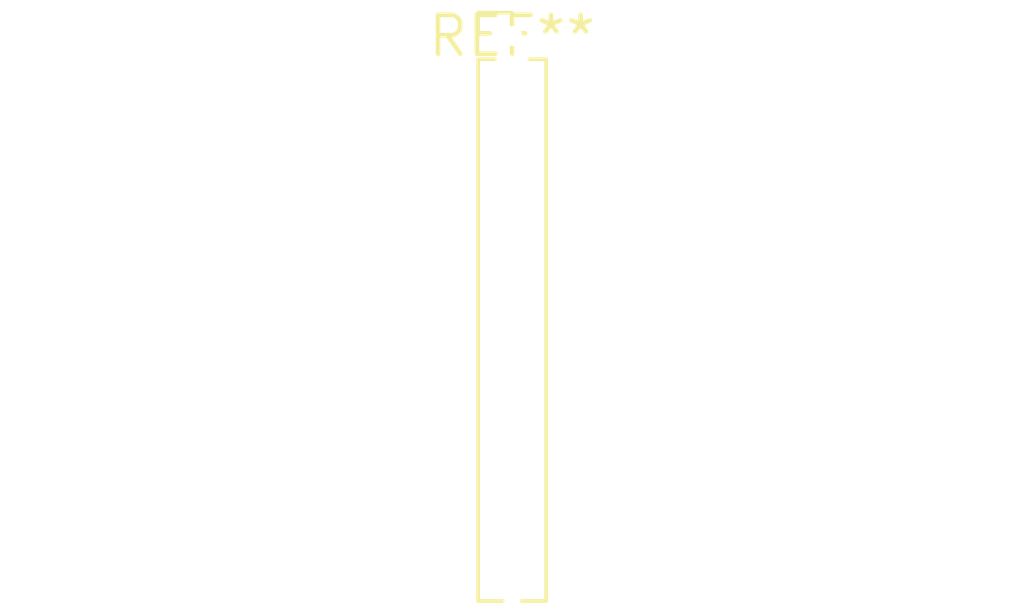
<source format=kicad_pcb>
(kicad_pcb (version 20240108) (generator pcbnew)
  (layers (0 "F.Cu" signal) (31 "B.Cu" signal) (34 "B.Paste" user) (35 "F.Paste" user) (36 "B.SilkS" user "B.Silkscreen") (37 "F.SilkS" user "F.Silkscreen") (38 "B.Mask" user) (39 "F.Mask" user) (44 "Edge.Cuts" user))
  (net 0 "")
  (footprint "PinHeader_1x15_P1.27mm_Vertical" (layer "F.Cu") (at 0 0)
    (property "Reference" "REF**")
    (property "Value" "PinHeader_1x15_P1.27mm_Vertical")
    (fp_line (start -1.11 -0.76) (end 0 -0.76) (layer "F.SilkS") (stroke (width 0.12)))
    (fp_line (start -1.11 0) (end -1.11 -0.76) (layer "F.SilkS") (stroke (width 0.12)))
    (fp_line (start -1.11 0.76) (end -1.11 18.475) (layer "F.SilkS") (stroke (width 0.12)))
    (fp_line (start -1.11 0.76) (end -0.563471 0.76) (layer "F.SilkS") (stroke (width 0.12)))
    (fp_line (start -1.11 18.475) (end -0.30753 18.475) (layer "F.SilkS") (stroke (width 0.12)))
    (fp_line (start 0.30753 18.475) (end 1.11 18.475) (layer "F.SilkS") (stroke (width 0.12)))
    (fp_line (start 0.563471 0.76) (end 1.11 0.76) (layer "F.SilkS") (stroke (width 0.12)))
    (fp_line (start 1.11 0.76) (end 1.11 18.475) (layer "F.SilkS") (stroke (width 0.12)))
    (pad "1" thru_hole rect (at 0 0) (size 1 1) (drill 0.65) (layers *.Cu *.Mask) (remove_unused_layers))
    (pad "2" thru_hole oval (at 0 1.27) (size 1 1) (drill 0.65) (layers *.Cu *.Mask) (remove_unused_layers))
    (pad "3" thru_hole oval (at 0 2.54) (size 1 1) (drill 0.65) (layers *.Cu *.Mask) (remove_unused_layers))
    (pad "4" thru_hole oval (at 0 3.81) (size 1 1) (drill 0.65) (layers *.Cu *.Mask) (remove_unused_layers))
    (pad "5" thru_hole oval (at 0 5.08) (size 1 1) (drill 0.65) (layers *.Cu *.Mask) (remove_unused_layers))
    (pad "6" thru_hole oval (at 0 6.35) (size 1 1) (drill 0.65) (layers *.Cu *.Mask) (remove_unused_layers))
    (pad "7" thru_hole oval (at 0 7.62) (size 1 1) (drill 0.65) (layers *.Cu *.Mask) (remove_unused_layers))
    (pad "8" thru_hole oval (at 0 8.89) (size 1 1) (drill 0.65) (layers *.Cu *.Mask) (remove_unused_layers))
    (pad "9" thru_hole oval (at 0 10.16) (size 1 1) (drill 0.65) (layers *.Cu *.Mask) (remove_unused_layers))
    (pad "10" thru_hole oval (at 0 11.43) (size 1 1) (drill 0.65) (layers *.Cu *.Mask) (remove_unused_layers))
    (pad "11" thru_hole oval (at 0 12.7) (size 1 1) (drill 0.65) (layers *.Cu *.Mask) (remove_unused_layers))
    (pad "12" thru_hole oval (at 0 13.97) (size 1 1) (drill 0.65) (layers *.Cu *.Mask) (remove_unused_layers))
    (pad "13" thru_hole oval (at 0 15.24) (size 1 1) (drill 0.65) (layers *.Cu *.Mask) (remove_unused_layers))
    (pad "14" thru_hole oval (at 0 16.51) (size 1 1) (drill 0.65) (layers *.Cu *.Mask) (remove_unused_layers))
    (pad "15" thru_hole oval (at 0 17.78) (size 1 1) (drill 0.65) (layers *.Cu *.Mask) (remove_unused_layers))
  )
)
</source>
